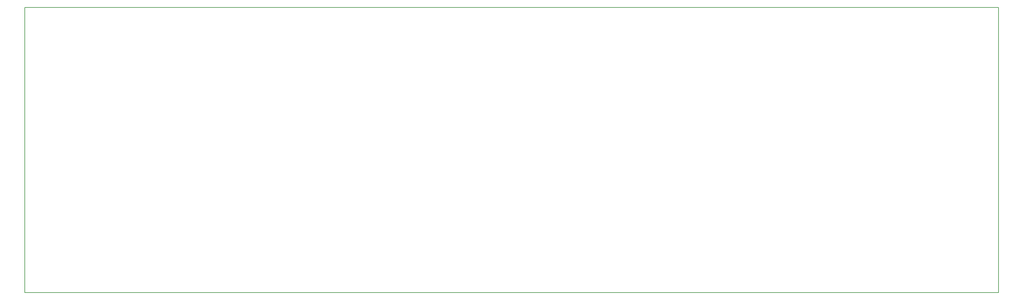
<source format=gm1>
G04 #@! TF.FileFunction,Profile,NP*
%FSLAX46Y46*%
G04 Gerber Fmt 4.6, Leading zero omitted, Abs format (unit mm)*
G04 Created by KiCad (PCBNEW 4.0.7) date 07/12/18 08:23:41*
%MOMM*%
%LPD*%
G01*
G04 APERTURE LIST*
%ADD10C,0.100000*%
%ADD11C,0.150000*%
G04 APERTURE END LIST*
D10*
D11*
X9525000Y-111918750D02*
X9525000Y-30956250D01*
X285750000Y-111918750D02*
X9525000Y-111918750D01*
X285750000Y-30956250D02*
X285750000Y-111918750D01*
X9525000Y-30956250D02*
X285750000Y-30956250D01*
M02*

</source>
